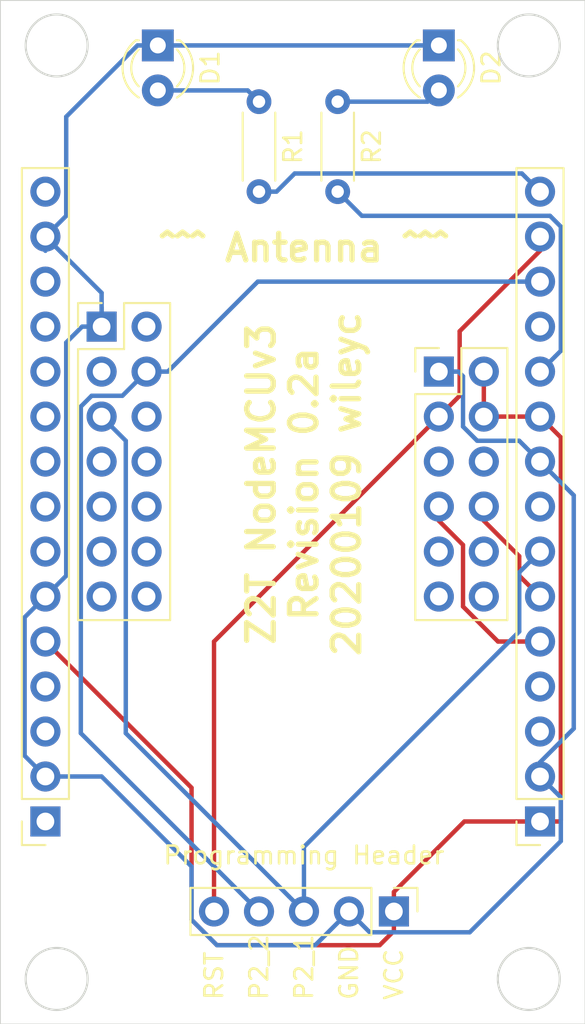
<source format=kicad_pcb>
(kicad_pcb (version 20171130) (host pcbnew "(5.1.5-0-10_14)")

  (general
    (thickness 1.6)
    (drawings 15)
    (tracks 113)
    (zones 0)
    (modules 9)
    (nets 44)
  )

  (page A4)
  (layers
    (0 Top signal)
    (31 Bottom signal)
    (32 B.Adhes user)
    (33 F.Adhes user)
    (34 B.Paste user)
    (35 F.Paste user)
    (36 B.SilkS user)
    (37 F.SilkS user)
    (38 B.Mask user)
    (39 F.Mask user)
    (40 Dwgs.User user)
    (41 Cmts.User user)
    (42 Eco1.User user)
    (43 Eco2.User user)
    (44 Edge.Cuts user)
    (45 Margin user)
    (46 B.CrtYd user)
    (47 F.CrtYd user)
    (48 B.Fab user)
    (49 F.Fab user)
  )

  (setup
    (last_trace_width 0.25)
    (trace_clearance 0.2)
    (zone_clearance 0.508)
    (zone_45_only no)
    (trace_min 0.2)
    (via_size 0.8)
    (via_drill 0.4)
    (via_min_size 0.4)
    (via_min_drill 0.3)
    (uvia_size 0.3)
    (uvia_drill 0.1)
    (uvias_allowed no)
    (uvia_min_size 0.2)
    (uvia_min_drill 0.1)
    (edge_width 0.05)
    (segment_width 0.2)
    (pcb_text_width 0.3)
    (pcb_text_size 1.5 1.5)
    (mod_edge_width 0.12)
    (mod_text_size 1 1)
    (mod_text_width 0.15)
    (pad_size 1.524 1.524)
    (pad_drill 0.762)
    (pad_to_mask_clearance 0.051)
    (solder_mask_min_width 0.25)
    (aux_axis_origin 0 0)
    (visible_elements FFFFFF7F)
    (pcbplotparams
      (layerselection 0x010fc_ffffffff)
      (usegerberextensions true)
      (usegerberattributes false)
      (usegerberadvancedattributes false)
      (creategerberjobfile false)
      (excludeedgelayer true)
      (linewidth 0.100000)
      (plotframeref false)
      (viasonmask false)
      (mode 1)
      (useauxorigin false)
      (hpglpennumber 1)
      (hpglpenspeed 20)
      (hpglpendiameter 15.000000)
      (psnegative false)
      (psa4output false)
      (plotreference true)
      (plotvalue true)
      (plotinvisibletext false)
      (padsonsilk false)
      (subtractmaskfromsilk false)
      (outputformat 1)
      (mirror false)
      (drillshape 0)
      (scaleselection 1)
      (outputdirectory ""))
  )

  (net 0 "")
  (net 1 "Net-(J1-Pad12)")
  (net 2 "Net-(J1-Pad11)")
  (net 3 "Net-(J1-Pad6)")
  (net 4 "Net-(J1-Pad5)")
  (net 5 "Net-(J2-Pad13)")
  (net 6 "Net-(J2-Pad12)")
  (net 7 "Net-(J2-Pad11)")
  (net 8 "Net-(J2-Pad10)")
  (net 9 "Net-(J2-Pad9)")
  (net 10 "Net-(J2-Pad8)")
  (net 11 "Net-(J2-Pad7)")
  (net 12 "Net-(J2-Pad3)")
  (net 13 "Net-(J1-Pad15)")
  (net 14 "Net-(J1-Pad14)")
  (net 15 "Net-(J1-Pad13)")
  (net 16 "Net-(J1-Pad1)")
  (net 17 "Net-(J1-Pad8)")
  (net 18 "Net-(J1-Pad7)")
  (net 19 "Net-(J1-Pad4)")
  (net 20 "Net-(J1-Pad3)")
  (net 21 "Net-(J2-Pad15)")
  (net 22 "Net-(J2-Pad4)")
  (net 23 "Net-(J2-Pad1)")
  (net 24 "Net-(J3-Pad14)")
  (net 25 "Net-(J3-Pad13)")
  (net 26 "Net-(J3-Pad12)")
  (net 27 "Net-(J3-Pad11)")
  (net 28 "Net-(J3-Pad10)")
  (net 29 "Net-(J3-Pad9)")
  (net 30 "Net-(J3-Pad8)")
  (net 31 "Net-(J3-Pad7)")
  (net 32 "Net-(J3-Pad6)")
  (net 33 "Net-(J3-Pad3)")
  (net 34 "Net-(J3-Pad2)")
  (net 35 "Net-(J4-Pad12)")
  (net 36 "Net-(J4-Pad11)")
  (net 37 "Net-(J4-Pad10)")
  (net 38 "Net-(J4-Pad9)")
  (net 39 "Net-(J4-Pad6)")
  (net 40 "Net-(J4-Pad5)")
  (net 41 "Net-(D1-Pad1)")
  (net 42 "Net-(D1-Pad2)")
  (net 43 "Net-(D2-Pad2)")

  (net_class Default "This is the default net class."
    (clearance 0.2)
    (trace_width 0.25)
    (via_dia 0.8)
    (via_drill 0.4)
    (uvia_dia 0.3)
    (uvia_drill 0.1)
    (add_net "Net-(D1-Pad1)")
    (add_net "Net-(D1-Pad2)")
    (add_net "Net-(D2-Pad2)")
    (add_net "Net-(J1-Pad1)")
    (add_net "Net-(J1-Pad11)")
    (add_net "Net-(J1-Pad12)")
    (add_net "Net-(J1-Pad13)")
    (add_net "Net-(J1-Pad14)")
    (add_net "Net-(J1-Pad15)")
    (add_net "Net-(J1-Pad3)")
    (add_net "Net-(J1-Pad4)")
    (add_net "Net-(J1-Pad5)")
    (add_net "Net-(J1-Pad6)")
    (add_net "Net-(J1-Pad7)")
    (add_net "Net-(J1-Pad8)")
    (add_net "Net-(J2-Pad1)")
    (add_net "Net-(J2-Pad10)")
    (add_net "Net-(J2-Pad11)")
    (add_net "Net-(J2-Pad12)")
    (add_net "Net-(J2-Pad13)")
    (add_net "Net-(J2-Pad15)")
    (add_net "Net-(J2-Pad3)")
    (add_net "Net-(J2-Pad4)")
    (add_net "Net-(J2-Pad7)")
    (add_net "Net-(J2-Pad8)")
    (add_net "Net-(J2-Pad9)")
    (add_net "Net-(J3-Pad10)")
    (add_net "Net-(J3-Pad11)")
    (add_net "Net-(J3-Pad12)")
    (add_net "Net-(J3-Pad13)")
    (add_net "Net-(J3-Pad14)")
    (add_net "Net-(J3-Pad2)")
    (add_net "Net-(J3-Pad3)")
    (add_net "Net-(J3-Pad6)")
    (add_net "Net-(J3-Pad7)")
    (add_net "Net-(J3-Pad8)")
    (add_net "Net-(J3-Pad9)")
    (add_net "Net-(J4-Pad10)")
    (add_net "Net-(J4-Pad11)")
    (add_net "Net-(J4-Pad12)")
    (add_net "Net-(J4-Pad5)")
    (add_net "Net-(J4-Pad6)")
    (add_net "Net-(J4-Pad9)")
  )

  (module Resistor_THT:R_Axial_DIN0204_L3.6mm_D1.6mm_P5.08mm_Horizontal (layer Top) (tedit 5AE5139B) (tstamp 5E175DCF)
    (at 142.875 68.58 270)
    (descr "Resistor, Axial_DIN0204 series, Axial, Horizontal, pin pitch=5.08mm, 0.167W, length*diameter=3.6*1.6mm^2, http://cdn-reichelt.de/documents/datenblatt/B400/1_4W%23YAG.pdf")
    (tags "Resistor Axial_DIN0204 series Axial Horizontal pin pitch 5.08mm 0.167W length 3.6mm diameter 1.6mm")
    (path /5E1D9DFE)
    (fp_text reference R2 (at 2.54 -1.92 90) (layer F.SilkS)
      (effects (font (size 1 1) (thickness 0.15)))
    )
    (fp_text value R (at 2.54 1.92 90) (layer F.Fab)
      (effects (font (size 1 1) (thickness 0.15)))
    )
    (fp_text user %R (at 2.54 0 90) (layer F.Fab)
      (effects (font (size 0.72 0.72) (thickness 0.108)))
    )
    (fp_line (start 6.03 -1.05) (end -0.95 -1.05) (layer F.CrtYd) (width 0.05))
    (fp_line (start 6.03 1.05) (end 6.03 -1.05) (layer F.CrtYd) (width 0.05))
    (fp_line (start -0.95 1.05) (end 6.03 1.05) (layer F.CrtYd) (width 0.05))
    (fp_line (start -0.95 -1.05) (end -0.95 1.05) (layer F.CrtYd) (width 0.05))
    (fp_line (start 0.62 0.92) (end 4.46 0.92) (layer F.SilkS) (width 0.12))
    (fp_line (start 0.62 -0.92) (end 4.46 -0.92) (layer F.SilkS) (width 0.12))
    (fp_line (start 5.08 0) (end 4.34 0) (layer F.Fab) (width 0.1))
    (fp_line (start 0 0) (end 0.74 0) (layer F.Fab) (width 0.1))
    (fp_line (start 4.34 -0.8) (end 0.74 -0.8) (layer F.Fab) (width 0.1))
    (fp_line (start 4.34 0.8) (end 4.34 -0.8) (layer F.Fab) (width 0.1))
    (fp_line (start 0.74 0.8) (end 4.34 0.8) (layer F.Fab) (width 0.1))
    (fp_line (start 0.74 -0.8) (end 0.74 0.8) (layer F.Fab) (width 0.1))
    (pad 2 thru_hole oval (at 5.08 0 270) (size 1.4 1.4) (drill 0.7) (layers *.Cu *.Mask)
      (net 2 "Net-(J1-Pad11)"))
    (pad 1 thru_hole circle (at 0 0 270) (size 1.4 1.4) (drill 0.7) (layers *.Cu *.Mask)
      (net 43 "Net-(D2-Pad2)"))
    (model ${KISYS3DMOD}/Resistor_THT.3dshapes/R_Axial_DIN0204_L3.6mm_D1.6mm_P5.08mm_Horizontal.wrl
      (at (xyz 0 0 0))
      (scale (xyz 1 1 1))
      (rotate (xyz 0 0 0))
    )
  )

  (module Resistor_THT:R_Axial_DIN0204_L3.6mm_D1.6mm_P5.08mm_Horizontal (layer Top) (tedit 5AE5139B) (tstamp 5E175DBC)
    (at 138.43 68.58 270)
    (descr "Resistor, Axial_DIN0204 series, Axial, Horizontal, pin pitch=5.08mm, 0.167W, length*diameter=3.6*1.6mm^2, http://cdn-reichelt.de/documents/datenblatt/B400/1_4W%23YAG.pdf")
    (tags "Resistor Axial_DIN0204 series Axial Horizontal pin pitch 5.08mm 0.167W length 3.6mm diameter 1.6mm")
    (path /5E1D9531)
    (fp_text reference R1 (at 2.54 -1.92 90) (layer F.SilkS)
      (effects (font (size 1 1) (thickness 0.15)))
    )
    (fp_text value 330 (at 2.54 1.92 90) (layer F.Fab)
      (effects (font (size 1 1) (thickness 0.15)))
    )
    (fp_text user %R (at 2.54 0 90) (layer F.Fab)
      (effects (font (size 0.72 0.72) (thickness 0.108)))
    )
    (fp_line (start 6.03 -1.05) (end -0.95 -1.05) (layer F.CrtYd) (width 0.05))
    (fp_line (start 6.03 1.05) (end 6.03 -1.05) (layer F.CrtYd) (width 0.05))
    (fp_line (start -0.95 1.05) (end 6.03 1.05) (layer F.CrtYd) (width 0.05))
    (fp_line (start -0.95 -1.05) (end -0.95 1.05) (layer F.CrtYd) (width 0.05))
    (fp_line (start 0.62 0.92) (end 4.46 0.92) (layer F.SilkS) (width 0.12))
    (fp_line (start 0.62 -0.92) (end 4.46 -0.92) (layer F.SilkS) (width 0.12))
    (fp_line (start 5.08 0) (end 4.34 0) (layer F.Fab) (width 0.1))
    (fp_line (start 0 0) (end 0.74 0) (layer F.Fab) (width 0.1))
    (fp_line (start 4.34 -0.8) (end 0.74 -0.8) (layer F.Fab) (width 0.1))
    (fp_line (start 4.34 0.8) (end 4.34 -0.8) (layer F.Fab) (width 0.1))
    (fp_line (start 0.74 0.8) (end 4.34 0.8) (layer F.Fab) (width 0.1))
    (fp_line (start 0.74 -0.8) (end 0.74 0.8) (layer F.Fab) (width 0.1))
    (pad 2 thru_hole oval (at 5.08 0 270) (size 1.4 1.4) (drill 0.7) (layers *.Cu *.Mask)
      (net 13 "Net-(J1-Pad15)"))
    (pad 1 thru_hole circle (at 0 0 270) (size 1.4 1.4) (drill 0.7) (layers *.Cu *.Mask)
      (net 42 "Net-(D1-Pad2)"))
    (model ${KISYS3DMOD}/Resistor_THT.3dshapes/R_Axial_DIN0204_L3.6mm_D1.6mm_P5.08mm_Horizontal.wrl
      (at (xyz 0 0 0))
      (scale (xyz 1 1 1))
      (rotate (xyz 0 0 0))
    )
  )

  (module LED_THT:LED_D3.0mm (layer Top) (tedit 587A3A7B) (tstamp 5E175C69)
    (at 148.59 65.405 270)
    (descr "LED, diameter 3.0mm, 2 pins")
    (tags "LED diameter 3.0mm 2 pins")
    (path /5E1D8184)
    (fp_text reference D2 (at 1.27 -2.96 90) (layer F.SilkS)
      (effects (font (size 1 1) (thickness 0.15)))
    )
    (fp_text value LED (at 1.27 2.96 90) (layer F.Fab)
      (effects (font (size 1 1) (thickness 0.15)))
    )
    (fp_line (start 3.7 -2.25) (end -1.15 -2.25) (layer F.CrtYd) (width 0.05))
    (fp_line (start 3.7 2.25) (end 3.7 -2.25) (layer F.CrtYd) (width 0.05))
    (fp_line (start -1.15 2.25) (end 3.7 2.25) (layer F.CrtYd) (width 0.05))
    (fp_line (start -1.15 -2.25) (end -1.15 2.25) (layer F.CrtYd) (width 0.05))
    (fp_line (start -0.29 1.08) (end -0.29 1.236) (layer F.SilkS) (width 0.12))
    (fp_line (start -0.29 -1.236) (end -0.29 -1.08) (layer F.SilkS) (width 0.12))
    (fp_line (start -0.23 -1.16619) (end -0.23 1.16619) (layer F.Fab) (width 0.1))
    (fp_circle (center 1.27 0) (end 2.77 0) (layer F.Fab) (width 0.1))
    (fp_arc (start 1.27 0) (end 0.229039 1.08) (angle -87.9) (layer F.SilkS) (width 0.12))
    (fp_arc (start 1.27 0) (end 0.229039 -1.08) (angle 87.9) (layer F.SilkS) (width 0.12))
    (fp_arc (start 1.27 0) (end -0.29 1.235516) (angle -108.8) (layer F.SilkS) (width 0.12))
    (fp_arc (start 1.27 0) (end -0.29 -1.235516) (angle 108.8) (layer F.SilkS) (width 0.12))
    (fp_arc (start 1.27 0) (end -0.23 -1.16619) (angle 284.3) (layer F.Fab) (width 0.1))
    (pad 2 thru_hole circle (at 2.54 0 270) (size 1.8 1.8) (drill 0.9) (layers *.Cu *.Mask)
      (net 43 "Net-(D2-Pad2)"))
    (pad 1 thru_hole rect (at 0 0 270) (size 1.8 1.8) (drill 0.9) (layers *.Cu *.Mask)
      (net 41 "Net-(D1-Pad1)"))
    (model ${KISYS3DMOD}/LED_THT.3dshapes/LED_D3.0mm.wrl
      (at (xyz 0 0 0))
      (scale (xyz 1 1 1))
      (rotate (xyz 0 0 0))
    )
  )

  (module LED_THT:LED_D3.0mm (layer Top) (tedit 587A3A7B) (tstamp 5E175C56)
    (at 132.715 65.405 270)
    (descr "LED, diameter 3.0mm, 2 pins")
    (tags "LED diameter 3.0mm 2 pins")
    (path /5E1D71B9)
    (fp_text reference D1 (at 1.27 -2.96 90) (layer F.SilkS)
      (effects (font (size 1 1) (thickness 0.15)))
    )
    (fp_text value LED (at 1.27 2.96 90) (layer F.Fab)
      (effects (font (size 1 1) (thickness 0.15)))
    )
    (fp_line (start 3.7 -2.25) (end -1.15 -2.25) (layer F.CrtYd) (width 0.05))
    (fp_line (start 3.7 2.25) (end 3.7 -2.25) (layer F.CrtYd) (width 0.05))
    (fp_line (start -1.15 2.25) (end 3.7 2.25) (layer F.CrtYd) (width 0.05))
    (fp_line (start -1.15 -2.25) (end -1.15 2.25) (layer F.CrtYd) (width 0.05))
    (fp_line (start -0.29 1.08) (end -0.29 1.236) (layer F.SilkS) (width 0.12))
    (fp_line (start -0.29 -1.236) (end -0.29 -1.08) (layer F.SilkS) (width 0.12))
    (fp_line (start -0.23 -1.16619) (end -0.23 1.16619) (layer F.Fab) (width 0.1))
    (fp_circle (center 1.27 0) (end 2.77 0) (layer F.Fab) (width 0.1))
    (fp_arc (start 1.27 0) (end 0.229039 1.08) (angle -87.9) (layer F.SilkS) (width 0.12))
    (fp_arc (start 1.27 0) (end 0.229039 -1.08) (angle 87.9) (layer F.SilkS) (width 0.12))
    (fp_arc (start 1.27 0) (end -0.29 1.235516) (angle -108.8) (layer F.SilkS) (width 0.12))
    (fp_arc (start 1.27 0) (end -0.29 -1.235516) (angle 108.8) (layer F.SilkS) (width 0.12))
    (fp_arc (start 1.27 0) (end -0.23 -1.16619) (angle 284.3) (layer F.Fab) (width 0.1))
    (pad 2 thru_hole circle (at 2.54 0 270) (size 1.8 1.8) (drill 0.9) (layers *.Cu *.Mask)
      (net 42 "Net-(D1-Pad2)"))
    (pad 1 thru_hole rect (at 0 0 270) (size 1.8 1.8) (drill 0.9) (layers *.Cu *.Mask)
      (net 41 "Net-(D1-Pad1)"))
    (model ${KISYS3DMOD}/LED_THT.3dshapes/LED_D3.0mm.wrl
      (at (xyz 0 0 0))
      (scale (xyz 1 1 1))
      (rotate (xyz 0 0 0))
    )
  )

  (module Connector_PinHeader_2.54mm:PinHeader_2x06_P2.54mm_Vertical (layer Top) (tedit 59FED5CC) (tstamp 5E12EAF4)
    (at 148.59 83.82)
    (descr "Through hole straight pin header, 2x06, 2.54mm pitch, double rows")
    (tags "Through hole pin header THT 2x06 2.54mm double row")
    (path /5E139044)
    (fp_text reference J4 (at 1.27 -2.54) (layer F.SilkS) hide
      (effects (font (size 1 1) (thickness 0.15)))
    )
    (fp_text value CC2530 (at -7.62 5.08) (layer F.Fab) hide
      (effects (font (size 1 1) (thickness 0.15)))
    )
    (fp_text user %R (at 5.08 -3.81 90) (layer F.Fab) hide
      (effects (font (size 1 1) (thickness 0.15)))
    )
    (fp_line (start 4.35 -1.8) (end -1.8 -1.8) (layer F.CrtYd) (width 0.05))
    (fp_line (start 4.35 14.5) (end 4.35 -1.8) (layer F.CrtYd) (width 0.05))
    (fp_line (start -1.8 14.5) (end 4.35 14.5) (layer F.CrtYd) (width 0.05))
    (fp_line (start -1.8 -1.8) (end -1.8 14.5) (layer F.CrtYd) (width 0.05))
    (fp_line (start -1.33 -1.33) (end 0 -1.33) (layer F.SilkS) (width 0.12))
    (fp_line (start -1.33 0) (end -1.33 -1.33) (layer F.SilkS) (width 0.12))
    (fp_line (start 1.27 -1.33) (end 3.87 -1.33) (layer F.SilkS) (width 0.12))
    (fp_line (start 1.27 1.27) (end 1.27 -1.33) (layer F.SilkS) (width 0.12))
    (fp_line (start -1.33 1.27) (end 1.27 1.27) (layer F.SilkS) (width 0.12))
    (fp_line (start 3.87 -1.33) (end 3.87 14.03) (layer F.SilkS) (width 0.12))
    (fp_line (start -1.33 1.27) (end -1.33 14.03) (layer F.SilkS) (width 0.12))
    (fp_line (start -1.33 14.03) (end 3.87 14.03) (layer F.SilkS) (width 0.12))
    (fp_line (start -1.27 0) (end 0 -1.27) (layer F.Fab) (width 0.1))
    (fp_line (start -1.27 13.97) (end -1.27 0) (layer F.Fab) (width 0.1))
    (fp_line (start 3.81 13.97) (end -1.27 13.97) (layer F.Fab) (width 0.1))
    (fp_line (start 3.81 -1.27) (end 3.81 13.97) (layer F.Fab) (width 0.1))
    (fp_line (start 0 -1.27) (end 3.81 -1.27) (layer F.Fab) (width 0.1))
    (pad 12 thru_hole oval (at 2.54 12.7) (size 1.7 1.7) (drill 1) (layers *.Cu *.Mask)
      (net 35 "Net-(J4-Pad12)"))
    (pad 11 thru_hole oval (at 0 12.7) (size 1.7 1.7) (drill 1) (layers *.Cu *.Mask)
      (net 36 "Net-(J4-Pad11)"))
    (pad 10 thru_hole oval (at 2.54 10.16) (size 1.7 1.7) (drill 1) (layers *.Cu *.Mask)
      (net 37 "Net-(J4-Pad10)"))
    (pad 9 thru_hole oval (at 0 10.16) (size 1.7 1.7) (drill 1) (layers *.Cu *.Mask)
      (net 38 "Net-(J4-Pad9)"))
    (pad 8 thru_hole oval (at 2.54 7.62) (size 1.7 1.7) (drill 1) (layers *.Cu *.Mask)
      (net 3 "Net-(J1-Pad6)"))
    (pad 7 thru_hole oval (at 0 7.62) (size 1.7 1.7) (drill 1) (layers *.Cu *.Mask)
      (net 4 "Net-(J1-Pad5)"))
    (pad 6 thru_hole oval (at 2.54 5.08) (size 1.7 1.7) (drill 1) (layers *.Cu *.Mask)
      (net 39 "Net-(J4-Pad6)"))
    (pad 5 thru_hole oval (at 0 5.08) (size 1.7 1.7) (drill 1) (layers *.Cu *.Mask)
      (net 40 "Net-(J4-Pad5)"))
    (pad 4 thru_hole oval (at 2.54 2.54) (size 1.7 1.7) (drill 1) (layers *.Cu *.Mask)
      (net 16 "Net-(J1-Pad1)"))
    (pad 3 thru_hole oval (at 0 2.54) (size 1.7 1.7) (drill 1) (layers *.Cu *.Mask)
      (net 14 "Net-(J1-Pad14)"))
    (pad 2 thru_hole oval (at 2.54 0) (size 1.7 1.7) (drill 1) (layers *.Cu *.Mask)
      (net 16 "Net-(J1-Pad1)"))
    (pad 1 thru_hole rect (at 0 0) (size 1.7 1.7) (drill 1) (layers *.Cu *.Mask)
      (net 41 "Net-(D1-Pad1)"))
    (model ${KISYS3DMOD}/Connector_PinHeader_2.54mm.3dshapes/PinHeader_2x06_P2.54mm_Vertical.wrl
      (at (xyz 0 0 0))
      (scale (xyz 1 1 1))
      (rotate (xyz 0 0 0))
    )
  )

  (module Connector_PinSocket_2.54mm:PinSocket_1x15_P2.54mm_Vertical (layer Top) (tedit 5A19A41D) (tstamp 5E12E480)
    (at 154.305 109.22 180)
    (descr "Through hole straight socket strip, 1x15, 2.54mm pitch, single row (from Kicad 4.0.7), script generated")
    (tags "Through hole socket strip THT 1x15 2.54mm single row")
    (path /5E12CC23)
    (fp_text reference J1 (at 0 -2.77) (layer F.SilkS) hide
      (effects (font (size 1 1) (thickness 0.15)))
    )
    (fp_text value NodeMCU (at 12.7 33.02) (layer F.Fab) hide
      (effects (font (size 1 1) (thickness 0.15)))
    )
    (fp_text user %R (at 0 17.78 90) (layer F.Fab)
      (effects (font (size 1 1) (thickness 0.15)))
    )
    (fp_line (start -1.8 37.3) (end -1.8 -1.8) (layer F.CrtYd) (width 0.05))
    (fp_line (start 1.75 37.3) (end -1.8 37.3) (layer F.CrtYd) (width 0.05))
    (fp_line (start 1.75 -1.8) (end 1.75 37.3) (layer F.CrtYd) (width 0.05))
    (fp_line (start -1.8 -1.8) (end 1.75 -1.8) (layer F.CrtYd) (width 0.05))
    (fp_line (start 0 -1.33) (end 1.33 -1.33) (layer F.SilkS) (width 0.12))
    (fp_line (start 1.33 -1.33) (end 1.33 0) (layer F.SilkS) (width 0.12))
    (fp_line (start 1.33 1.27) (end 1.33 36.89) (layer F.SilkS) (width 0.12))
    (fp_line (start -1.33 36.89) (end 1.33 36.89) (layer F.SilkS) (width 0.12))
    (fp_line (start -1.33 1.27) (end -1.33 36.89) (layer F.SilkS) (width 0.12))
    (fp_line (start -1.33 1.27) (end 1.33 1.27) (layer F.SilkS) (width 0.12))
    (fp_line (start -1.27 36.83) (end -1.27 -1.27) (layer F.Fab) (width 0.1))
    (fp_line (start 1.27 36.83) (end -1.27 36.83) (layer F.Fab) (width 0.1))
    (fp_line (start 1.27 -0.635) (end 1.27 36.83) (layer F.Fab) (width 0.1))
    (fp_line (start 0.635 -1.27) (end 1.27 -0.635) (layer F.Fab) (width 0.1))
    (fp_line (start -1.27 -1.27) (end 0.635 -1.27) (layer F.Fab) (width 0.1))
    (pad 15 thru_hole oval (at 0 35.56 180) (size 1.7 1.7) (drill 1) (layers *.Cu *.Mask)
      (net 13 "Net-(J1-Pad15)"))
    (pad 14 thru_hole oval (at 0 33.02 180) (size 1.7 1.7) (drill 1) (layers *.Cu *.Mask)
      (net 14 "Net-(J1-Pad14)"))
    (pad 13 thru_hole oval (at 0 30.48 180) (size 1.7 1.7) (drill 1) (layers *.Cu *.Mask)
      (net 15 "Net-(J1-Pad13)"))
    (pad 12 thru_hole oval (at 0 27.94 180) (size 1.7 1.7) (drill 1) (layers *.Cu *.Mask)
      (net 1 "Net-(J1-Pad12)"))
    (pad 11 thru_hole oval (at 0 25.4 180) (size 1.7 1.7) (drill 1) (layers *.Cu *.Mask)
      (net 2 "Net-(J1-Pad11)"))
    (pad 10 thru_hole oval (at 0 22.86 180) (size 1.7 1.7) (drill 1) (layers *.Cu *.Mask)
      (net 16 "Net-(J1-Pad1)"))
    (pad 9 thru_hole oval (at 0 20.32 180) (size 1.7 1.7) (drill 1) (layers *.Cu *.Mask)
      (net 41 "Net-(D1-Pad1)"))
    (pad 8 thru_hole oval (at 0 17.78 180) (size 1.7 1.7) (drill 1) (layers *.Cu *.Mask)
      (net 17 "Net-(J1-Pad8)"))
    (pad 7 thru_hole oval (at 0 15.24 180) (size 1.7 1.7) (drill 1) (layers *.Cu *.Mask)
      (net 18 "Net-(J1-Pad7)"))
    (pad 6 thru_hole oval (at 0 12.7 180) (size 1.7 1.7) (drill 1) (layers *.Cu *.Mask)
      (net 3 "Net-(J1-Pad6)"))
    (pad 5 thru_hole oval (at 0 10.16 180) (size 1.7 1.7) (drill 1) (layers *.Cu *.Mask)
      (net 4 "Net-(J1-Pad5)"))
    (pad 4 thru_hole oval (at 0 7.62 180) (size 1.7 1.7) (drill 1) (layers *.Cu *.Mask)
      (net 19 "Net-(J1-Pad4)"))
    (pad 3 thru_hole oval (at 0 5.08 180) (size 1.7 1.7) (drill 1) (layers *.Cu *.Mask)
      (net 20 "Net-(J1-Pad3)"))
    (pad 2 thru_hole oval (at 0 2.54 180) (size 1.7 1.7) (drill 1) (layers *.Cu *.Mask)
      (net 41 "Net-(D1-Pad1)"))
    (pad 1 thru_hole rect (at 0 0 180) (size 1.7 1.7) (drill 1) (layers *.Cu *.Mask)
      (net 16 "Net-(J1-Pad1)"))
    (model ${KISYS3DMOD}/Connector_PinSocket_2.54mm.3dshapes/PinSocket_1x15_P2.54mm_Vertical.wrl
      (at (xyz 0 0 0))
      (scale (xyz 1 1 1))
      (rotate (xyz 0 0 0))
    )
  )

  (module Connector_PinHeader_2.54mm:PinHeader_1x05_P2.54mm_Vertical (layer Top) (tedit 59FED5CC) (tstamp 5E12EB0D)
    (at 146.05 114.3 270)
    (descr "Through hole straight pin header, 1x05, 2.54mm pitch, single row")
    (tags "Through hole pin header THT 1x05 2.54mm single row")
    (path /5E15ABE7)
    (fp_text reference J5 (at -2.54 12.7 90) (layer F.SilkS) hide
      (effects (font (size 1 1) (thickness 0.15)))
    )
    (fp_text value "Programming Header" (at -3.175 5.08) (layer F.SilkS)
      (effects (font (size 1 1) (thickness 0.15)))
    )
    (fp_text user %R (at 0 5.08) (layer F.Fab)
      (effects (font (size 1 1) (thickness 0.15)))
    )
    (fp_line (start 1.8 -1.8) (end -1.8 -1.8) (layer F.CrtYd) (width 0.05))
    (fp_line (start 1.8 11.95) (end 1.8 -1.8) (layer F.CrtYd) (width 0.05))
    (fp_line (start -1.8 11.95) (end 1.8 11.95) (layer F.CrtYd) (width 0.05))
    (fp_line (start -1.8 -1.8) (end -1.8 11.95) (layer F.CrtYd) (width 0.05))
    (fp_line (start -1.33 -1.33) (end 0 -1.33) (layer F.SilkS) (width 0.12))
    (fp_line (start -1.33 0) (end -1.33 -1.33) (layer F.SilkS) (width 0.12))
    (fp_line (start -1.33 1.27) (end 1.33 1.27) (layer F.SilkS) (width 0.12))
    (fp_line (start 1.33 1.27) (end 1.33 11.49) (layer F.SilkS) (width 0.12))
    (fp_line (start -1.33 1.27) (end -1.33 11.49) (layer F.SilkS) (width 0.12))
    (fp_line (start -1.33 11.49) (end 1.33 11.49) (layer F.SilkS) (width 0.12))
    (fp_line (start -1.27 -0.635) (end -0.635 -1.27) (layer F.Fab) (width 0.1))
    (fp_line (start -1.27 11.43) (end -1.27 -0.635) (layer F.Fab) (width 0.1))
    (fp_line (start 1.27 11.43) (end -1.27 11.43) (layer F.Fab) (width 0.1))
    (fp_line (start 1.27 -1.27) (end 1.27 11.43) (layer F.Fab) (width 0.1))
    (fp_line (start -0.635 -1.27) (end 1.27 -1.27) (layer F.Fab) (width 0.1))
    (pad 5 thru_hole oval (at 0 10.16 270) (size 1.7 1.7) (drill 1) (layers *.Cu *.Mask)
      (net 14 "Net-(J1-Pad14)"))
    (pad 4 thru_hole oval (at 0 7.62 270) (size 1.7 1.7) (drill 1) (layers *.Cu *.Mask)
      (net 15 "Net-(J1-Pad13)"))
    (pad 3 thru_hole oval (at 0 5.08 270) (size 1.7 1.7) (drill 1) (layers *.Cu *.Mask)
      (net 18 "Net-(J1-Pad7)"))
    (pad 2 thru_hole oval (at 0 2.54 270) (size 1.7 1.7) (drill 1) (layers *.Cu *.Mask)
      (net 41 "Net-(D1-Pad1)"))
    (pad 1 thru_hole rect (at 0 0 270) (size 1.7 1.7) (drill 1) (layers *.Cu *.Mask)
      (net 16 "Net-(J1-Pad1)"))
    (model ${KISYS3DMOD}/Connector_PinHeader_2.54mm.3dshapes/PinHeader_1x05_P2.54mm_Vertical.wrl
      (at (xyz 0 0 0))
      (scale (xyz 1 1 1))
      (rotate (xyz 0 0 0))
    )
  )

  (module Connector_PinHeader_2.54mm:PinHeader_2x07_P2.54mm_Vertical (layer Top) (tedit 59FED5CC) (tstamp 5E12EAD2)
    (at 129.54 81.28)
    (descr "Through hole straight pin header, 2x07, 2.54mm pitch, double rows")
    (tags "Through hole pin header THT 2x07 2.54mm double row")
    (path /5E13776C)
    (fp_text reference J3 (at 1.27 -2.54) (layer F.SilkS) hide
      (effects (font (size 1 1) (thickness 0.15)))
    )
    (fp_text value CC2530 (at 11.43 13.97) (layer F.Fab) hide
      (effects (font (size 1 1) (thickness 0.15)))
    )
    (fp_text user %R (at -2.54 8.89 90) (layer F.Fab) hide
      (effects (font (size 1 1) (thickness 0.15)))
    )
    (fp_line (start 4.35 -1.8) (end -1.8 -1.8) (layer F.CrtYd) (width 0.05))
    (fp_line (start 4.35 17.05) (end 4.35 -1.8) (layer F.CrtYd) (width 0.05))
    (fp_line (start -1.8 17.05) (end 4.35 17.05) (layer F.CrtYd) (width 0.05))
    (fp_line (start -1.8 -1.8) (end -1.8 17.05) (layer F.CrtYd) (width 0.05))
    (fp_line (start -1.33 -1.33) (end 0 -1.33) (layer F.SilkS) (width 0.12))
    (fp_line (start -1.33 0) (end -1.33 -1.33) (layer F.SilkS) (width 0.12))
    (fp_line (start 1.27 -1.33) (end 3.87 -1.33) (layer F.SilkS) (width 0.12))
    (fp_line (start 1.27 1.27) (end 1.27 -1.33) (layer F.SilkS) (width 0.12))
    (fp_line (start -1.33 1.27) (end 1.27 1.27) (layer F.SilkS) (width 0.12))
    (fp_line (start 3.87 -1.33) (end 3.87 16.57) (layer F.SilkS) (width 0.12))
    (fp_line (start -1.33 1.27) (end -1.33 16.57) (layer F.SilkS) (width 0.12))
    (fp_line (start -1.33 16.57) (end 3.87 16.57) (layer F.SilkS) (width 0.12))
    (fp_line (start -1.27 0) (end 0 -1.27) (layer F.Fab) (width 0.1))
    (fp_line (start -1.27 16.51) (end -1.27 0) (layer F.Fab) (width 0.1))
    (fp_line (start 3.81 16.51) (end -1.27 16.51) (layer F.Fab) (width 0.1))
    (fp_line (start 3.81 -1.27) (end 3.81 16.51) (layer F.Fab) (width 0.1))
    (fp_line (start 0 -1.27) (end 3.81 -1.27) (layer F.Fab) (width 0.1))
    (pad 14 thru_hole oval (at 2.54 15.24) (size 1.7 1.7) (drill 1) (layers *.Cu *.Mask)
      (net 24 "Net-(J3-Pad14)"))
    (pad 13 thru_hole oval (at 0 15.24) (size 1.7 1.7) (drill 1) (layers *.Cu *.Mask)
      (net 25 "Net-(J3-Pad13)"))
    (pad 12 thru_hole oval (at 2.54 12.7) (size 1.7 1.7) (drill 1) (layers *.Cu *.Mask)
      (net 26 "Net-(J3-Pad12)"))
    (pad 11 thru_hole oval (at 0 12.7) (size 1.7 1.7) (drill 1) (layers *.Cu *.Mask)
      (net 27 "Net-(J3-Pad11)"))
    (pad 10 thru_hole oval (at 2.54 10.16) (size 1.7 1.7) (drill 1) (layers *.Cu *.Mask)
      (net 28 "Net-(J3-Pad10)"))
    (pad 9 thru_hole oval (at 0 10.16) (size 1.7 1.7) (drill 1) (layers *.Cu *.Mask)
      (net 29 "Net-(J3-Pad9)"))
    (pad 8 thru_hole oval (at 2.54 7.62) (size 1.7 1.7) (drill 1) (layers *.Cu *.Mask)
      (net 30 "Net-(J3-Pad8)"))
    (pad 7 thru_hole oval (at 0 7.62) (size 1.7 1.7) (drill 1) (layers *.Cu *.Mask)
      (net 31 "Net-(J3-Pad7)"))
    (pad 6 thru_hole oval (at 2.54 5.08) (size 1.7 1.7) (drill 1) (layers *.Cu *.Mask)
      (net 32 "Net-(J3-Pad6)"))
    (pad 5 thru_hole oval (at 0 5.08) (size 1.7 1.7) (drill 1) (layers *.Cu *.Mask)
      (net 18 "Net-(J1-Pad7)"))
    (pad 4 thru_hole oval (at 2.54 2.54) (size 1.7 1.7) (drill 1) (layers *.Cu *.Mask)
      (net 15 "Net-(J1-Pad13)"))
    (pad 3 thru_hole oval (at 0 2.54) (size 1.7 1.7) (drill 1) (layers *.Cu *.Mask)
      (net 33 "Net-(J3-Pad3)"))
    (pad 2 thru_hole oval (at 2.54 0) (size 1.7 1.7) (drill 1) (layers *.Cu *.Mask)
      (net 34 "Net-(J3-Pad2)"))
    (pad 1 thru_hole rect (at 0 0) (size 1.7 1.7) (drill 1) (layers *.Cu *.Mask)
      (net 41 "Net-(D1-Pad1)"))
    (model ${KISYS3DMOD}/Connector_PinHeader_2.54mm.3dshapes/PinHeader_2x07_P2.54mm_Vertical.wrl
      (at (xyz 0 0 0))
      (scale (xyz 1 1 1))
      (rotate (xyz 0 0 0))
    )
  )

  (module Connector_PinSocket_2.54mm:PinSocket_1x15_P2.54mm_Vertical (layer Top) (tedit 5A19A41D) (tstamp 5E12EAAE)
    (at 126.365 109.22 180)
    (descr "Through hole straight socket strip, 1x15, 2.54mm pitch, single row (from Kicad 4.0.7), script generated")
    (tags "Through hole socket strip THT 1x15 2.54mm single row")
    (path /5E12FE3F)
    (fp_text reference J2 (at 0 -2.77) (layer F.SilkS) hide
      (effects (font (size 1 1) (thickness 0.15)))
    )
    (fp_text value NodeMCU (at -13.97 33.02) (layer F.Fab) hide
      (effects (font (size 1 1) (thickness 0.15)))
    )
    (fp_text user %R (at 0 17.78 90) (layer F.Fab)
      (effects (font (size 1 1) (thickness 0.15)))
    )
    (fp_line (start -1.8 37.3) (end -1.8 -1.8) (layer F.CrtYd) (width 0.05))
    (fp_line (start 1.75 37.3) (end -1.8 37.3) (layer F.CrtYd) (width 0.05))
    (fp_line (start 1.75 -1.8) (end 1.75 37.3) (layer F.CrtYd) (width 0.05))
    (fp_line (start -1.8 -1.8) (end 1.75 -1.8) (layer F.CrtYd) (width 0.05))
    (fp_line (start 0 -1.33) (end 1.33 -1.33) (layer F.SilkS) (width 0.12))
    (fp_line (start 1.33 -1.33) (end 1.33 0) (layer F.SilkS) (width 0.12))
    (fp_line (start 1.33 1.27) (end 1.33 36.89) (layer F.SilkS) (width 0.12))
    (fp_line (start -1.33 36.89) (end 1.33 36.89) (layer F.SilkS) (width 0.12))
    (fp_line (start -1.33 1.27) (end -1.33 36.89) (layer F.SilkS) (width 0.12))
    (fp_line (start -1.33 1.27) (end 1.33 1.27) (layer F.SilkS) (width 0.12))
    (fp_line (start -1.27 36.83) (end -1.27 -1.27) (layer F.Fab) (width 0.1))
    (fp_line (start 1.27 36.83) (end -1.27 36.83) (layer F.Fab) (width 0.1))
    (fp_line (start 1.27 -0.635) (end 1.27 36.83) (layer F.Fab) (width 0.1))
    (fp_line (start 0.635 -1.27) (end 1.27 -0.635) (layer F.Fab) (width 0.1))
    (fp_line (start -1.27 -1.27) (end 0.635 -1.27) (layer F.Fab) (width 0.1))
    (pad 15 thru_hole oval (at 0 35.56 180) (size 1.7 1.7) (drill 1) (layers *.Cu *.Mask)
      (net 21 "Net-(J2-Pad15)"))
    (pad 14 thru_hole oval (at 0 33.02 180) (size 1.7 1.7) (drill 1) (layers *.Cu *.Mask)
      (net 41 "Net-(D1-Pad1)"))
    (pad 13 thru_hole oval (at 0 30.48 180) (size 1.7 1.7) (drill 1) (layers *.Cu *.Mask)
      (net 5 "Net-(J2-Pad13)"))
    (pad 12 thru_hole oval (at 0 27.94 180) (size 1.7 1.7) (drill 1) (layers *.Cu *.Mask)
      (net 6 "Net-(J2-Pad12)"))
    (pad 11 thru_hole oval (at 0 25.4 180) (size 1.7 1.7) (drill 1) (layers *.Cu *.Mask)
      (net 7 "Net-(J2-Pad11)"))
    (pad 10 thru_hole oval (at 0 22.86 180) (size 1.7 1.7) (drill 1) (layers *.Cu *.Mask)
      (net 8 "Net-(J2-Pad10)"))
    (pad 9 thru_hole oval (at 0 20.32 180) (size 1.7 1.7) (drill 1) (layers *.Cu *.Mask)
      (net 9 "Net-(J2-Pad9)"))
    (pad 8 thru_hole oval (at 0 17.78 180) (size 1.7 1.7) (drill 1) (layers *.Cu *.Mask)
      (net 10 "Net-(J2-Pad8)"))
    (pad 7 thru_hole oval (at 0 15.24 180) (size 1.7 1.7) (drill 1) (layers *.Cu *.Mask)
      (net 11 "Net-(J2-Pad7)"))
    (pad 6 thru_hole oval (at 0 12.7 180) (size 1.7 1.7) (drill 1) (layers *.Cu *.Mask)
      (net 41 "Net-(D1-Pad1)"))
    (pad 5 thru_hole oval (at 0 10.16 180) (size 1.7 1.7) (drill 1) (layers *.Cu *.Mask)
      (net 16 "Net-(J1-Pad1)"))
    (pad 4 thru_hole oval (at 0 7.62 180) (size 1.7 1.7) (drill 1) (layers *.Cu *.Mask)
      (net 22 "Net-(J2-Pad4)"))
    (pad 3 thru_hole oval (at 0 5.08 180) (size 1.7 1.7) (drill 1) (layers *.Cu *.Mask)
      (net 12 "Net-(J2-Pad3)"))
    (pad 2 thru_hole oval (at 0 2.54 180) (size 1.7 1.7) (drill 1) (layers *.Cu *.Mask)
      (net 41 "Net-(D1-Pad1)"))
    (pad 1 thru_hole rect (at 0 0 180) (size 1.7 1.7) (drill 1) (layers *.Cu *.Mask)
      (net 23 "Net-(J2-Pad1)"))
    (model ${KISYS3DMOD}/Connector_PinSocket_2.54mm.3dshapes/PinSocket_1x15_P2.54mm_Vertical.wrl
      (at (xyz 0 0 0))
      (scale (xyz 1 1 1))
      (rotate (xyz 0 0 0))
    )
  )

  (gr_circle (center 153.67 118.11) (end 155.42 118.11) (layer Edge.Cuts) (width 0.12) (tstamp 5E1722F3))
  (gr_circle (center 127 118.11) (end 128.75 118.11) (layer Edge.Cuts) (width 0.12) (tstamp 5E172229))
  (gr_circle (center 127 65.405) (end 128.75 65.405) (layer Edge.Cuts) (width 0.12) (tstamp 5E172202))
  (gr_circle (center 153.67 65.405) (end 155.42 65.405) (layer Edge.Cuts) (width 0.12))
  (gr_text "Z2T NodeMCUv3\nRevision 0.2a\n20200109 wileyc" (at 140.97 90.17 90) (layer F.SilkS)
    (effects (font (size 1.5 1.5) (thickness 0.3)))
  )
  (gr_line (start 123.825 62.865) (end 123.825 120.65) (layer Edge.Cuts) (width 0.05) (tstamp 5E130A53))
  (gr_line (start 156.845 120.65) (end 123.825 120.65) (layer Edge.Cuts) (width 0.05))
  (gr_line (start 156.845 62.865) (end 156.845 120.65) (layer Edge.Cuts) (width 0.05))
  (gr_line (start 123.825 62.865) (end 156.845 62.865) (layer Edge.Cuts) (width 0.05))
  (gr_text RST (at 135.89 119.38 90) (layer F.SilkS)
    (effects (font (size 1 1) (thickness 0.15)) (justify left))
  )
  (gr_text P2_2 (at 138.43 119.38 90) (layer F.SilkS)
    (effects (font (size 1 1) (thickness 0.15)) (justify left))
  )
  (gr_text P2_1 (at 140.97 119.38 90) (layer F.SilkS)
    (effects (font (size 1 1) (thickness 0.15)) (justify left))
  )
  (gr_text VCC (at 146.05 119.38 90) (layer F.SilkS)
    (effects (font (size 1 1) (thickness 0.15)) (justify left))
  )
  (gr_text GND (at 143.51 119.38 90) (layer F.SilkS)
    (effects (font (size 1 1) (thickness 0.15)) (justify left))
  )
  (gr_text "^^^ Antenna ^^^" (at 140.97 76.835) (layer F.SilkS)
    (effects (font (size 1.5 1.5) (thickness 0.3)))
  )

  (segment (start 155.154999 82.970001) (end 154.305 83.82) (width 0.25) (layer Bottom) (net 2))
  (segment (start 155.480001 75.635999) (end 155.480001 82.644999) (width 0.25) (layer Bottom) (net 2))
  (segment (start 144.239999 75.024999) (end 154.869001 75.024999) (width 0.25) (layer Bottom) (net 2))
  (segment (start 155.480001 82.644999) (end 155.154999 82.970001) (width 0.25) (layer Bottom) (net 2))
  (segment (start 154.869001 75.024999) (end 155.480001 75.635999) (width 0.25) (layer Bottom) (net 2))
  (segment (start 142.875 73.66) (end 144.239999 75.024999) (width 0.25) (layer Bottom) (net 2))
  (segment (start 153.455001 95.670001) (end 154.305 96.52) (width 0.25) (layer Top) (net 3))
  (segment (start 153.129999 94.240997) (end 153.129999 95.344999) (width 0.25) (layer Top) (net 3))
  (segment (start 153.129999 95.344999) (end 153.455001 95.670001) (width 0.25) (layer Top) (net 3))
  (segment (start 151.13 92.240998) (end 153.129999 94.240997) (width 0.25) (layer Top) (net 3))
  (segment (start 151.13 91.44) (end 151.13 92.240998) (width 0.25) (layer Top) (net 3))
  (segment (start 153.102919 99.06) (end 154.305 99.06) (width 0.25) (layer Top) (net 4))
  (segment (start 151.930998 99.06) (end 153.102919 99.06) (width 0.25) (layer Top) (net 4))
  (segment (start 149.954999 97.084001) (end 151.930998 99.06) (width 0.25) (layer Top) (net 4))
  (segment (start 149.954999 93.605997) (end 149.954999 97.084001) (width 0.25) (layer Top) (net 4))
  (segment (start 148.59 92.240998) (end 149.954999 93.605997) (width 0.25) (layer Top) (net 4))
  (segment (start 148.59 91.44) (end 148.59 92.240998) (width 0.25) (layer Top) (net 4))
  (segment (start 153.279999 72.634999) (end 153.455001 72.810001) (width 0.25) (layer Bottom) (net 13))
  (segment (start 140.44495 72.634999) (end 153.279999 72.634999) (width 0.25) (layer Bottom) (net 13))
  (segment (start 153.455001 72.810001) (end 154.305 73.66) (width 0.25) (layer Bottom) (net 13))
  (segment (start 139.419949 73.66) (end 140.44495 72.634999) (width 0.25) (layer Bottom) (net 13))
  (segment (start 138.43 73.66) (end 139.419949 73.66) (width 0.25) (layer Bottom) (net 13))
  (segment (start 149.765001 85.184999) (end 149.439999 85.510001) (width 0.25) (layer Top) (net 14))
  (segment (start 149.439999 85.510001) (end 148.59 86.36) (width 0.25) (layer Top) (net 14))
  (segment (start 149.765001 81.540997) (end 149.765001 85.184999) (width 0.25) (layer Top) (net 14))
  (segment (start 154.305 77.000998) (end 149.765001 81.540997) (width 0.25) (layer Top) (net 14))
  (segment (start 154.305 76.2) (end 154.305 77.000998) (width 0.25) (layer Top) (net 14))
  (segment (start 135.89 99.06) (end 135.89 114.3) (width 0.25) (layer Top) (net 14))
  (segment (start 148.59 86.36) (end 135.89 99.06) (width 0.25) (layer Top) (net 14))
  (segment (start 153.102919 78.74) (end 154.305 78.74) (width 0.25) (layer Bottom) (net 15))
  (segment (start 138.362081 78.74) (end 153.102919 78.74) (width 0.25) (layer Bottom) (net 15))
  (segment (start 133.282081 83.82) (end 138.362081 78.74) (width 0.25) (layer Bottom) (net 15))
  (segment (start 132.08 83.82) (end 133.282081 83.82) (width 0.25) (layer Bottom) (net 15))
  (segment (start 137.580001 113.450001) (end 138.43 114.3) (width 0.25) (layer Bottom) (net 15))
  (segment (start 128.364999 104.234999) (end 137.580001 113.450001) (width 0.25) (layer Bottom) (net 15))
  (segment (start 128.364999 85.795999) (end 128.364999 104.234999) (width 0.25) (layer Bottom) (net 15))
  (segment (start 128.975999 85.184999) (end 128.364999 85.795999) (width 0.25) (layer Bottom) (net 15))
  (segment (start 130.715001 85.184999) (end 128.975999 85.184999) (width 0.25) (layer Bottom) (net 15))
  (segment (start 132.08 83.82) (end 130.715001 85.184999) (width 0.25) (layer Bottom) (net 15))
  (segment (start 154.94 109.05) (end 154.77 109.22) (width 0.25) (layer Top) (net 16))
  (segment (start 154.77 109.22) (end 153.67 109.22) (width 0.25) (layer Top) (net 16))
  (segment (start 153.67 109.22) (end 154.94 109.22) (width 0.25) (layer Top) (net 16))
  (segment (start 151.13 83.82) (end 151.13 86.36) (width 0.25) (layer Top) (net 16))
  (segment (start 151.13 86.36) (end 154.305 86.36) (width 0.25) (layer Top) (net 16))
  (segment (start 155.480001 109.144999) (end 155.405 109.22) (width 0.25) (layer Top) (net 16))
  (segment (start 155.480001 87.535001) (end 155.480001 109.144999) (width 0.25) (layer Top) (net 16))
  (segment (start 155.405 109.22) (end 154.305 109.22) (width 0.25) (layer Top) (net 16))
  (segment (start 154.305 86.36) (end 155.480001 87.535001) (width 0.25) (layer Top) (net 16))
  (segment (start 146.05 113.2) (end 146.05 114.3) (width 0.25) (layer Top) (net 16))
  (segment (start 150.03 109.22) (end 146.05 113.2) (width 0.25) (layer Top) (net 16))
  (segment (start 154.305 109.22) (end 150.03 109.22) (width 0.25) (layer Top) (net 16))
  (segment (start 146.05 115.4) (end 145.974999 115.475001) (width 0.25) (layer Top) (net 16))
  (segment (start 126.365 99.06) (end 134.62 107.315) (width 0.25) (layer Top) (net 16))
  (segment (start 134.62 114.769002) (end 136.055998 116.205) (width 0.25) (layer Top) (net 16))
  (segment (start 134.62 107.315) (end 134.62 114.769002) (width 0.25) (layer Top) (net 16))
  (segment (start 146.05 115.4) (end 146.05 114.3) (width 0.25) (layer Top) (net 16))
  (segment (start 145.245 116.205) (end 146.05 115.4) (width 0.25) (layer Top) (net 16))
  (segment (start 136.055998 116.205) (end 145.245 116.205) (width 0.25) (layer Top) (net 16))
  (segment (start 129.54 81.28) (end 129.54 80.479002) (width 0.25) (layer Bottom) (net 41))
  (segment (start 155.154999 107.529999) (end 154.305 106.68) (width 0.25) (layer Bottom) (net 41))
  (segment (start 155.480001 107.855001) (end 155.154999 107.529999) (width 0.25) (layer Bottom) (net 41))
  (segment (start 155.480001 110.330001) (end 155.480001 107.855001) (width 0.25) (layer Bottom) (net 41))
  (segment (start 144.685001 115.475001) (end 150.335001 115.475001) (width 0.25) (layer Bottom) (net 41))
  (segment (start 150.335001 115.475001) (end 155.480001 110.330001) (width 0.25) (layer Bottom) (net 41))
  (segment (start 143.51 114.3) (end 144.685001 115.475001) (width 0.25) (layer Bottom) (net 41))
  (segment (start 154.305 105.879002) (end 156.21 103.974002) (width 0.25) (layer Bottom) (net 41))
  (segment (start 154.305 106.68) (end 154.305 105.879002) (width 0.25) (layer Bottom) (net 41))
  (segment (start 156.21 90.805) (end 154.305 88.9) (width 0.25) (layer Bottom) (net 41))
  (segment (start 156.21 103.974002) (end 156.21 90.805) (width 0.25) (layer Bottom) (net 41))
  (segment (start 129.54 80.18) (end 129.54 81.28) (width 0.25) (layer Bottom) (net 41))
  (segment (start 126.365 76.2) (end 126.365 77.000998) (width 0.25) (layer Bottom) (net 41))
  (segment (start 125.515001 97.369999) (end 126.365 96.52) (width 0.25) (layer Bottom) (net 41))
  (segment (start 125.189999 105.504999) (end 125.189999 97.695001) (width 0.25) (layer Bottom) (net 41))
  (segment (start 125.189999 97.695001) (end 125.515001 97.369999) (width 0.25) (layer Bottom) (net 41))
  (segment (start 126.365 106.68) (end 125.189999 105.504999) (width 0.25) (layer Bottom) (net 41))
  (segment (start 127.540001 82.179999) (end 128.44 81.28) (width 0.25) (layer Bottom) (net 41))
  (segment (start 127.540001 95.344999) (end 127.540001 82.179999) (width 0.25) (layer Bottom) (net 41))
  (segment (start 128.44 81.28) (end 129.54 81.28) (width 0.25) (layer Bottom) (net 41))
  (segment (start 126.365 96.52) (end 127.540001 95.344999) (width 0.25) (layer Bottom) (net 41))
  (segment (start 129.54 79.375) (end 126.365 76.2) (width 0.25) (layer Bottom) (net 41))
  (segment (start 129.54 81.28) (end 129.54 79.375) (width 0.25) (layer Bottom) (net 41))
  (segment (start 150.755997 87.724999) (end 153.129999 87.724999) (width 0.25) (layer Bottom) (net 41))
  (segment (start 149.954999 86.924001) (end 150.755997 87.724999) (width 0.25) (layer Bottom) (net 41))
  (segment (start 149.954999 84.084999) (end 149.954999 86.924001) (width 0.25) (layer Bottom) (net 41))
  (segment (start 153.129999 87.724999) (end 153.455001 88.050001) (width 0.25) (layer Bottom) (net 41))
  (segment (start 149.69 83.82) (end 149.954999 84.084999) (width 0.25) (layer Bottom) (net 41))
  (segment (start 153.455001 88.050001) (end 154.305 88.9) (width 0.25) (layer Bottom) (net 41))
  (segment (start 148.59 83.82) (end 149.69 83.82) (width 0.25) (layer Bottom) (net 41))
  (segment (start 141.605 116.205) (end 143.51 114.3) (width 0.25) (layer Bottom) (net 41))
  (segment (start 136.055998 116.205) (end 141.605 116.205) (width 0.25) (layer Bottom) (net 41))
  (segment (start 134.62 114.769002) (end 136.055998 116.205) (width 0.25) (layer Bottom) (net 41))
  (segment (start 134.62 111.76) (end 134.62 114.769002) (width 0.25) (layer Bottom) (net 41))
  (segment (start 129.54 106.68) (end 134.62 111.76) (width 0.25) (layer Bottom) (net 41))
  (segment (start 126.365 106.68) (end 129.54 106.68) (width 0.25) (layer Bottom) (net 41))
  (segment (start 129.54 86.36) (end 129.54 86.995) (width 0.25) (layer Bottom) (net 18))
  (segment (start 153.455001 94.829999) (end 154.305 93.98) (width 0.25) (layer Bottom) (net 18))
  (segment (start 153.129999 98.495999) (end 153.129999 95.155001) (width 0.25) (layer Bottom) (net 18))
  (segment (start 153.129999 95.155001) (end 153.455001 94.829999) (width 0.25) (layer Bottom) (net 18))
  (segment (start 140.97 110.655998) (end 153.129999 98.495999) (width 0.25) (layer Bottom) (net 18))
  (segment (start 140.97 114.3) (end 140.97 110.655998) (width 0.25) (layer Bottom) (net 18))
  (segment (start 140.120001 113.450001) (end 140.97 114.3) (width 0.25) (layer Bottom) (net 18))
  (segment (start 130.904999 104.234999) (end 140.120001 113.450001) (width 0.25) (layer Bottom) (net 18))
  (segment (start 130.904999 87.724999) (end 130.904999 104.234999) (width 0.25) (layer Bottom) (net 18))
  (segment (start 129.54 86.36) (end 130.904999 87.724999) (width 0.25) (layer Bottom) (net 18))
  (segment (start 131.565 65.405) (end 132.715 65.405) (width 0.25) (layer Bottom) (net 41))
  (segment (start 127.540001 69.429999) (end 131.565 65.405) (width 0.25) (layer Bottom) (net 41))
  (segment (start 127.540001 75.024999) (end 127.540001 69.429999) (width 0.25) (layer Bottom) (net 41))
  (segment (start 126.365 76.2) (end 127.540001 75.024999) (width 0.25) (layer Bottom) (net 41))
  (segment (start 132.715 65.405) (end 148.59 65.405) (width 0.25) (layer Bottom) (net 41))
  (segment (start 137.795 67.945) (end 138.43 68.58) (width 0.25) (layer Bottom) (net 42))
  (segment (start 132.715 67.945) (end 137.795 67.945) (width 0.25) (layer Bottom) (net 42))
  (segment (start 147.955 68.58) (end 148.59 67.945) (width 0.25) (layer Bottom) (net 43))
  (segment (start 142.875 68.58) (end 147.955 68.58) (width 0.25) (layer Bottom) (net 43))

)

</source>
